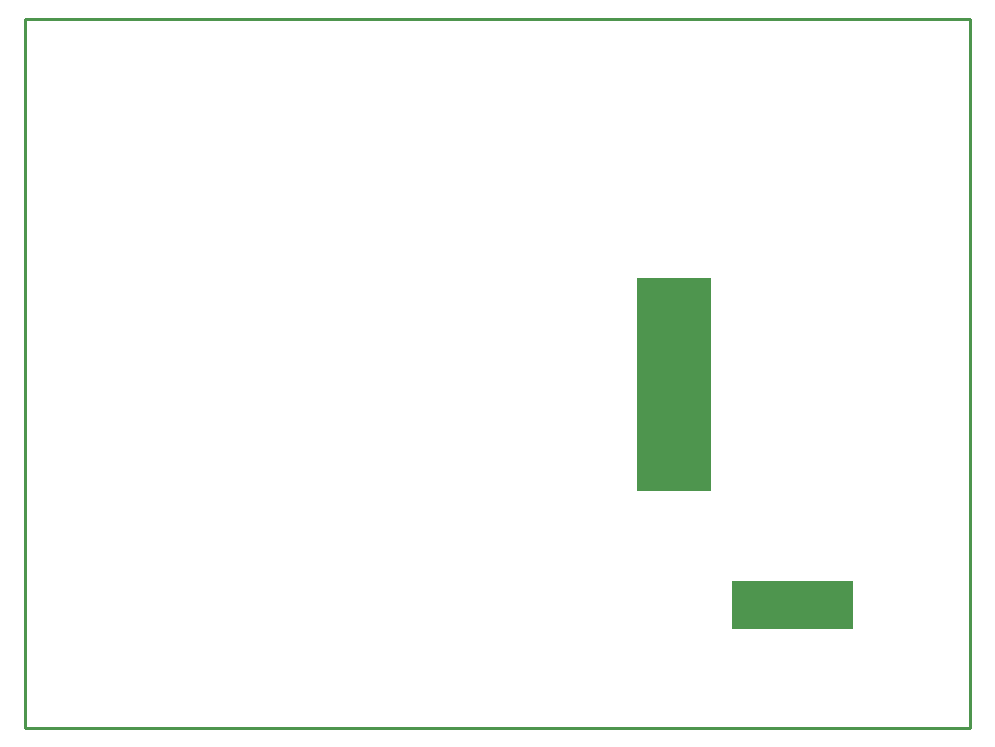
<source format=gko>
G04*
G04 #@! TF.GenerationSoftware,Altium Limited,Altium Designer,20.2.6 (244)*
G04*
G04 Layer_Color=16711935*
%FSLAX24Y24*%
%MOIN*%
G70*
G04*
G04 #@! TF.SameCoordinates,7583AB6C-3689-415F-B137-6D089145A127*
G04*
G04*
G04 #@! TF.FilePolarity,Positive*
G04*
G01*
G75*
%ADD17C,0.0100*%
G36*
X27579Y3295D02*
X23563D01*
Y4890D01*
X27579D01*
Y3295D01*
D02*
G37*
G36*
X22863Y7888D02*
X20383D01*
Y14974D01*
X22863D01*
Y7888D01*
D02*
G37*
D17*
X0Y0D02*
X31496D01*
X0D02*
Y2722D01*
X30750Y23622D02*
X31496D01*
X0Y2722D02*
Y23622D01*
X31496Y0D02*
X31496Y23622D01*
X0D02*
X30750D01*
M02*

</source>
